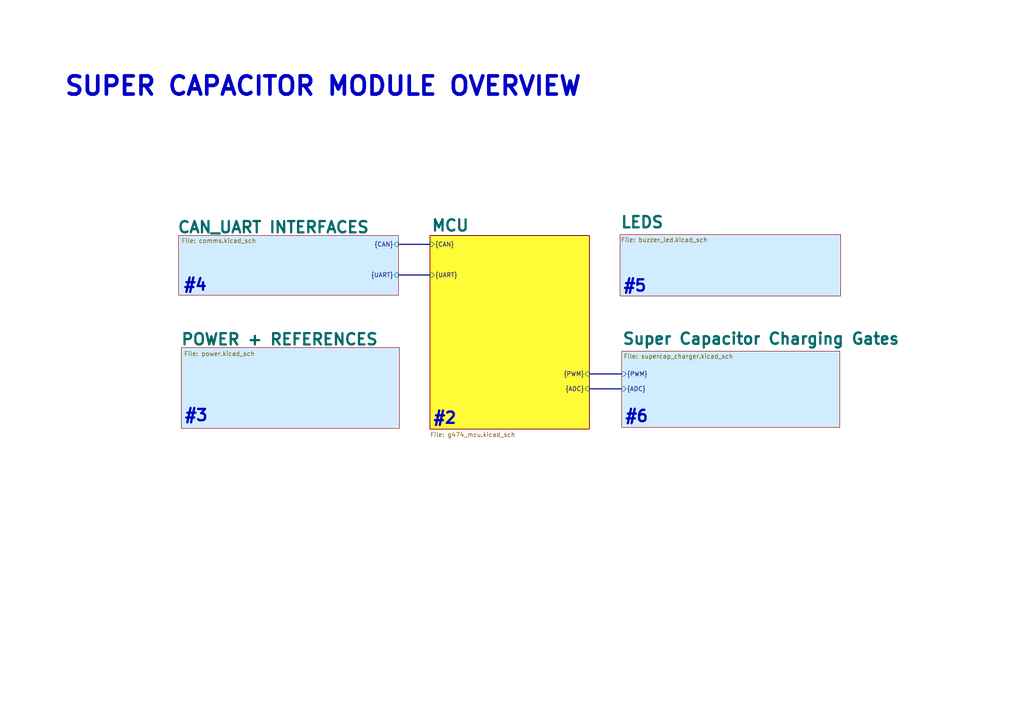
<source format=kicad_sch>
(kicad_sch
	(version 20231120)
	(generator "eeschema")
	(generator_version "8.0")
	(uuid "cc91bac5-64da-4543-b4bf-3848caf0cda3")
	(paper "A4")
	(title_block
		(title "Super Capacitor Module (SCM)")
		(date "2024-06-22")
		(rev "v1.0")
		(company "NUS Calibur Robotics")
		(comment 2 "Authors : Wx, Yassine Bakkali")
		(comment 9 "ef")
	)
	(lib_symbols)
	(bus
		(pts
			(xy 170.942 112.776) (xy 180.34 112.776)
		)
		(stroke
			(width 0)
			(type default)
		)
		(uuid "024a1638-384d-44d7-97c0-09ecb9106d15")
	)
	(bus
		(pts
			(xy 115.57 79.756) (xy 124.714 79.756)
		)
		(stroke
			(width 0)
			(type default)
		)
		(uuid "44830e0a-adc9-4450-8207-cfb75118106f")
	)
	(bus
		(pts
			(xy 115.57 70.866) (xy 124.714 70.866)
		)
		(stroke
			(width 0)
			(type default)
		)
		(uuid "b4362b99-16ce-4aa5-a355-5ecd6e540b89")
	)
	(bus
		(pts
			(xy 180.34 108.458) (xy 170.942 108.458)
		)
		(stroke
			(width 0)
			(type default)
		)
		(uuid "c51e65b7-685d-427c-98ee-78c35afb6415")
	)
	(text "#2"
		(exclude_from_sim no)
		(at 129.032 121.412 0)
		(effects
			(font
				(size 3.27 3.27)
				(thickness 0.654)
				(bold yes)
			)
			(href "#2")
		)
		(uuid "0924cd47-904b-4d4e-8fef-a7ac8396bae7")
	)
	(text "#4"
		(exclude_from_sim no)
		(at 56.642 82.804 0)
		(effects
			(font
				(size 3.27 3.27)
				(bold yes)
			)
			(href "#4")
		)
		(uuid "55cd5adc-bd17-4e0a-bd54-d73dae72feb8")
	)
	(text "#6"
		(exclude_from_sim no)
		(at 184.658 120.904 0)
		(effects
			(font
				(size 3.27 3.27)
				(bold yes)
			)
			(href "#7")
		)
		(uuid "62adf347-9bb7-420c-ba6a-d6409ca85e5d")
	)
	(text "SUPER CAPACITOR MODULE OVERVIEW"
		(exclude_from_sim no)
		(at 93.726 25.146 0)
		(effects
			(font
				(size 5.27 5.27)
				(thickness 1.054)
				(bold yes)
			)
		)
		(uuid "7644a9ce-b831-4c39-aaf5-293a09395e36")
	)
	(text "#3\n"
		(exclude_from_sim no)
		(at 56.896 120.65 0)
		(effects
			(font
				(size 3.27 3.27)
				(thickness 0.654)
				(bold yes)
			)
			(href "#3")
		)
		(uuid "d4d53cad-eb2e-476a-a110-1a0f7bd85d8d")
	)
	(text "#5"
		(exclude_from_sim no)
		(at 184.15 83.058 0)
		(effects
			(font
				(size 3.27 3.27)
				(bold yes)
			)
			(href "#6")
		)
		(uuid "d5bd84c7-4a75-424b-a75a-ed4f6278f969")
	)
	(sheet
		(at 179.832 68.072)
		(size 64.008 17.78)
		(stroke
			(width 0.1524)
			(type solid)
		)
		(fill
			(color 209 235 255 1.0000)
		)
		(uuid "3ab7eae6-b97b-44de-b426-e2e6dcd84c4b")
		(property "Sheetname" "LEDS"
			(at 179.832 66.3604 0)
			(effects
				(font
					(size 3.27 3.27)
					(bold yes)
				)
				(justify left bottom)
			)
		)
		(property "Sheetfile" "buzzer_led.kicad_sch"
			(at 180.086 68.834 0)
			(effects
				(font
					(size 1.27 1.27)
				)
				(justify left top)
			)
		)
		(property "Field2" ""
			(at 179.832 68.072 0)
			(effects
				(font
					(size 1.27 1.27)
				)
				(hide yes)
			)
		)
		(instances
			(project "ctl_board"
				(path "/cc91bac5-64da-4543-b4bf-3848caf0cda3"
					(page "6")
				)
			)
		)
	)
	(sheet
		(at 180.34 101.854)
		(size 63.246 22.098)
		(stroke
			(width 0.1524)
			(type solid)
		)
		(fill
			(color 209 235 255 1.0000)
		)
		(uuid "4ca5246c-332b-422f-9af4-93cbf4630182")
		(property "Sheetname" "Super Capacitor Charging Gates"
			(at 180.34 100.1424 0)
			(effects
				(font
					(size 3.27 3.27)
					(bold yes)
				)
				(justify left bottom)
			)
		)
		(property "Sheetfile" "supercap_charger.kicad_sch"
			(at 180.848 102.616 0)
			(effects
				(font
					(size 1.27 1.27)
				)
				(justify left top)
			)
		)
		(pin "{PWM}" input
			(at 180.34 108.458 180)
			(effects
				(font
					(size 1.27 1.27)
				)
				(justify left)
			)
			(uuid "f5110d1e-ee97-4553-b979-942f0313a55f")
		)
		(pin "{ADC}" input
			(at 180.34 112.776 180)
			(effects
				(font
					(size 1.27 1.27)
				)
				(justify left)
			)
			(uuid "00fcf359-ebc1-4ea8-b6eb-34561d439931")
		)
		(instances
			(project "ctl_board"
				(path "/cc91bac5-64da-4543-b4bf-3848caf0cda3"
					(page "7")
				)
			)
		)
	)
	(sheet
		(at 52.578 100.838)
		(size 63.246 23.368)
		(stroke
			(width 0.1524)
			(type solid)
		)
		(fill
			(color 209 235 255 1.0000)
		)
		(uuid "cfe6d641-c21f-48de-85ff-3bb4ae1b5045")
		(property "Sheetname" "POWER + REFERENCES"
			(at 52.324 100.33 0)
			(effects
				(font
					(size 3.27 3.27)
					(bold yes)
				)
				(justify left bottom)
			)
		)
		(property "Sheetfile" "power.kicad_sch"
			(at 53.34 101.854 0)
			(effects
				(font
					(size 1.27 1.27)
				)
				(justify left top)
			)
		)
		(instances
			(project "ctl_board"
				(path "/cc91bac5-64da-4543-b4bf-3848caf0cda3"
					(page "3")
				)
			)
		)
	)
	(sheet
		(at 51.816 68.326)
		(size 63.754 17.272)
		(stroke
			(width 0.1524)
			(type solid)
		)
		(fill
			(color 209 235 255 1.0000)
		)
		(uuid "de47955e-9674-4a04-9e4a-3072394eab50")
		(property "Sheetname" "CAN_UART INTERFACES"
			(at 51.308 67.818 0)
			(effects
				(font
					(size 3.27 3.27)
					(bold yes)
				)
				(justify left bottom)
			)
		)
		(property "Sheetfile" "comms.kicad_sch"
			(at 52.578 69.088 0)
			(effects
				(font
					(size 1.27 1.27)
				)
				(justify left top)
			)
		)
		(pin "{CAN}" input
			(at 115.57 70.866 0)
			(effects
				(font
					(size 1.27 1.27)
				)
				(justify right)
			)
			(uuid "13b7cc4f-b0a8-4742-90f5-9f44a1043a98")
		)
		(pin "{UART}" input
			(at 115.57 79.756 0)
			(effects
				(font
					(size 1.27 1.27)
				)
				(justify right)
			)
			(uuid "4f002783-2ced-4d97-a4e4-3845d0c48055")
		)
		(instances
			(project "ctl_board"
				(path "/cc91bac5-64da-4543-b4bf-3848caf0cda3"
					(page "4")
				)
			)
		)
	)
	(sheet
		(at 124.714 68.326)
		(size 46.228 56.134)
		(stroke
			(width 0.253)
			(type solid)
		)
		(fill
			(color 255 251 55 1.0000)
		)
		(uuid "df09347b-db4d-4bc4-9785-af80345d1ed4")
		(property "Sheetname" "MCU"
			(at 124.968 67.31 0)
			(effects
				(font
					(size 3.27 3.27)
					(bold yes)
				)
				(justify left bottom)
			)
		)
		(property "Sheetfile" "g474_mcu.kicad_sch"
			(at 124.714 125.3489 0)
			(effects
				(font
					(size 1.27 1.27)
				)
				(justify left top)
			)
		)
		(pin "{UART}" input
			(at 124.714 79.756 180)
			(effects
				(font
					(size 1.27 1.27)
				)
				(justify left)
			)
			(uuid "b4aa9979-d38c-4e76-ab30-c018986e47fb")
		)
		(pin "{CAN}" input
			(at 124.714 70.866 180)
			(effects
				(font
					(size 1.27 1.27)
				)
				(justify left)
			)
			(uuid "8714e820-bfcf-4da8-ad4c-7e741de4cee4")
		)
		(pin "{PWM}" input
			(at 170.942 108.458 0)
			(effects
				(font
					(size 1.27 1.27)
				)
				(justify right)
			)
			(uuid "a4bfaa65-7c4d-441f-8d81-80b139913406")
		)
		(pin "{ADC}" input
			(at 170.942 112.776 0)
			(effects
				(font
					(size 1.27 1.27)
				)
				(justify right)
			)
			(uuid "cf5c96ad-55d4-4b7a-b646-28a3b38321fa")
		)
		(instances
			(project "ctl_board"
				(path "/cc91bac5-64da-4543-b4bf-3848caf0cda3"
					(page "2")
				)
			)
		)
	)
	(sheet_instances
		(path "/"
			(page "1")
		)
	)
)

</source>
